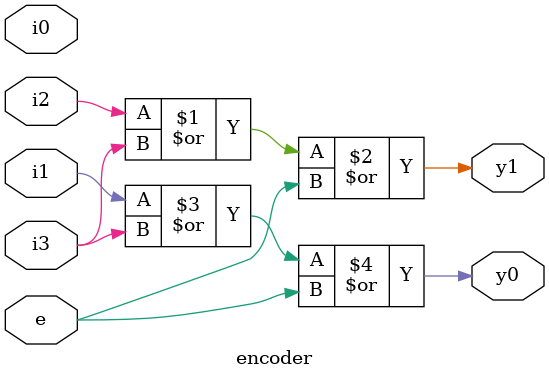
<source format=v>
`timescale 1ns / 1ps


module encoder(
    input i0,i1,i2,i3,e,
    output y0,y1
    );
    assign y1=i2|i3|e;
    assign y0=i1|i3|e;
endmodule

</source>
